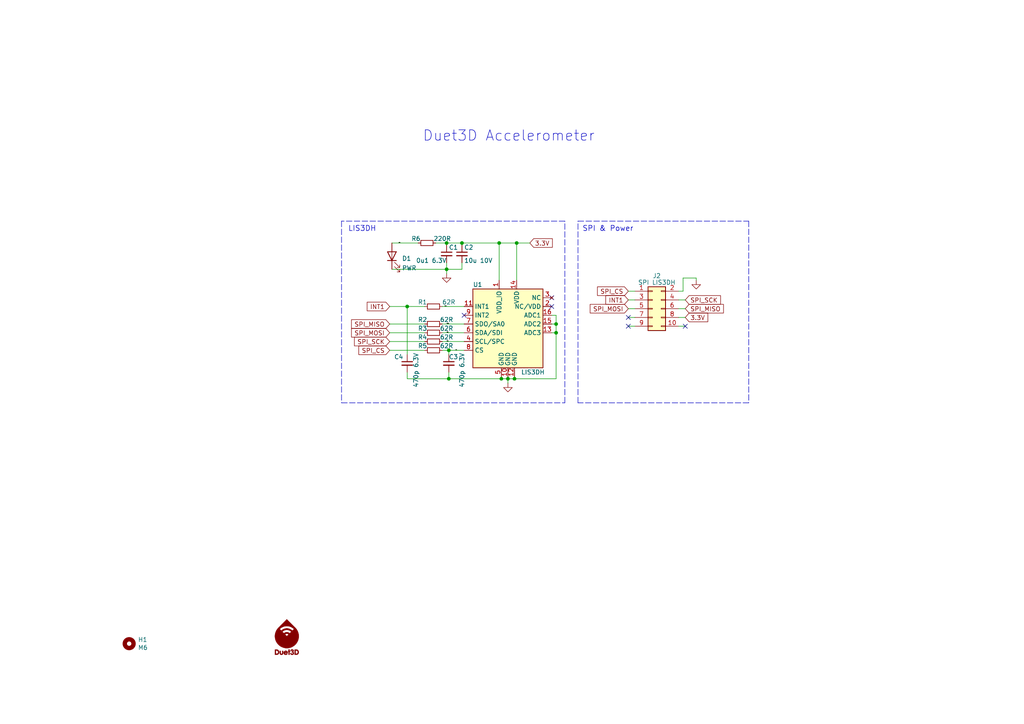
<source format=kicad_sch>
(kicad_sch (version 20211123) (generator eeschema)
  (paper "A4")
  (title_block (title "Duet3D Accelerometer") (date "2023-06-06") (rev "0.2") (company "Duet3D") (comment 1 "(c) Duet3D") (comment 2 "www.duet3d.com") (comment 3 "licensed under the \"CERN-OHL-S v2\" or any later version plus the \"Additional Duet3D Licence Terms\", see https://github.com/Duet3D/Duet3-Mainboard-6HC/blob/master/LICENSE"))
  (lib_symbols
    (symbol "Connector_Generic:Conn_02x05_Odd_Even" (pin_names (offset 1.016) hide)
      (property "Reference" "J" (at 1.27 7.62 0))
      (property "Value" "Conn_02x05_Odd_Even" (at 1.27 -7.62 0))
      (symbol "Conn_02x05_Odd_Even_1_1"
        (rectangle (start -1.27 -4.953) (end 0 -5.207) (stroke (width 0.1524)))
        (rectangle (start -1.27 -2.413) (end 0 -2.667) (stroke (width 0.1524)))
        (rectangle (start -1.27 0.127) (end 0 -0.127) (stroke (width 0.1524)))
        (rectangle (start -1.27 2.667) (end 0 2.413) (stroke (width 0.1524)))
        (rectangle (start -1.27 5.207) (end 0 4.953) (stroke (width 0.1524)))
        (rectangle (start -1.27 6.35) (end 3.81 -6.35) (stroke (width 0.254)) (fill (type background)))
        (rectangle (start 3.81 -4.953) (end 2.54 -5.207) (stroke (width 0.1524)))
        (rectangle (start 3.81 -2.413) (end 2.54 -2.667) (stroke (width 0.1524)))
        (rectangle (start 3.81 0.127) (end 2.54 -0.127) (stroke (width 0.1524)))
        (rectangle (start 3.81 2.667) (end 2.54 2.413) (stroke (width 0.1524)))
        (rectangle (start 3.81 5.207) (end 2.54 4.953) (stroke (width 0.1524)))
        (pin passive line (at -5.08 5.08 0) (length 3.81) (name "Pin_1") (number "1"))
        (pin passive line (at 7.62 -5.08 180) (length 3.81) (name "Pin_10") (number "10"))
        (pin passive line (at 7.62 5.08 180) (length 3.81) (name "Pin_2") (number "2"))
        (pin passive line (at -5.08 2.54 0) (length 3.81) (name "Pin_3") (number "3"))
        (pin passive line (at 7.62 2.54 180) (length 3.81) (name "Pin_4") (number "4"))
        (pin passive line (at -5.08 0 0) (length 3.81) (name "Pin_5") (number "5"))
        (pin passive line (at 7.62 0 180) (length 3.81) (name "Pin_6") (number "6"))
        (pin passive line (at -5.08 -2.54 0) (length 3.81) (name "Pin_7") (number "7"))
        (pin passive line (at 7.62 -2.54 180) (length 3.81) (name "Pin_8") (number "8"))
        (pin passive line (at -5.08 -5.08 0) (length 3.81) (name "Pin_9") (number "9"))
      )
    )
    (symbol "Device:C_Small" (pin_numbers hide) (pin_names (offset 0.254) hide)
      (property "Reference" "C" (at 0.254 1.778 0))
      (property "Value" "C_Small" (at 0.254 -2.032 0))
      (symbol "C_Small_0_1"
        (polyline (pts (xy -1.524 -0.508) (xy 1.524 -0.508)) (stroke (width 0.3302)))
        (polyline (pts (xy -1.524 0.508) (xy 1.524 0.508)) (stroke (width 0.3048)))
      )
      (symbol "C_Small_1_1"
        (pin passive line (at 0 2.54 270) (length 2.032) (name "~") (number "1"))
        (pin passive line (at 0 -2.54 90) (length 2.032) (name "~") (number "2"))
      )
    )
    (symbol "Device:LED" (pin_numbers hide) (pin_names (offset 1.016) hide)
      (property "Reference" "D" (at 0 2.54 0))
      (property "Value" "LED" (at 0 -2.54 0))
      (symbol "LED_0_1"
        (polyline (pts (xy -1.27 -1.27) (xy -1.27 1.27)) (stroke (width 0.254)))
        (polyline (pts (xy -1.27 0) (xy 1.27 0)))
        (polyline (pts (xy 1.27 -1.27) (xy 1.27 1.27) (xy -1.27 0) (xy 1.27 -1.27)) (stroke (width 0.254)))
        (polyline (pts (xy -3.048 -0.762) (xy -4.572 -2.286) (xy -3.81 -2.286) (xy -4.572 -2.286) (xy -4.572 -1.524)))
        (polyline (pts (xy -1.778 -0.762) (xy -3.302 -2.286) (xy -2.54 -2.286) (xy -3.302 -2.286) (xy -3.302 -1.524)))
      )
      (symbol "LED_1_1"
        (pin passive line (at -3.81 0 0) (length 2.54) (name "K") (number "1"))
        (pin passive line (at 3.81 0 180) (length 2.54) (name "A") (number "2"))
      )
    )
    (symbol "Device:R_Small" (pin_numbers hide) (pin_names (offset 0.254) hide)
      (property "Reference" "R" (at 0.762 0.508 0))
      (property "Value" "R_Small" (at 0.762 -1.016 0))
      (symbol "R_Small_0_1"
        (rectangle (start -0.762 1.778) (end 0.762 -1.778) (stroke (width 0.2032)))
      )
      (symbol "R_Small_1_1"
        (pin passive line (at 0 2.54 270) (length 0.762) (name "~") (number "1"))
        (pin passive line (at 0 -2.54 90) (length 0.762) (name "~") (number "2"))
      )
    )
    (symbol "Duet3:LIS3DH"
      (property "Reference" "U7" (at 12.065 -11.43 0))
      (property "Value" "LIS3DH" (at 7.62 11.43 0))
      (symbol "LIS3DH_0_1"
        (rectangle (start -10.16 10.16) (end 10.16 -12.7) (stroke (width 0.254)) (fill (type background)))
      )
      (symbol "LIS3DH_1_1"
        (pin power_in line (at -2.54 12.7 270) (length 2.54) (name "VDD_IO") (number "1"))
        (pin power_in line (at 0 -15.24 90) (length 2.54) (name "GND") (number "10"))
        (pin output line (at -12.7 5.08 0) (length 2.54) (name "INT1") (number "11"))
        (pin power_in line (at 1.905 -15.24 90) (length 2.54) (name "GND") (number "12"))
        (pin input line (at 12.7 -2.54 180) (length 2.54) (name "ADC3") (number "13"))
        (pin power_in line (at 2.54 12.7 270) (length 2.54) (name "VDD") (number "14"))
        (pin input line (at 12.7 0 180) (length 2.54) (name "ADC2") (number "15"))
        (pin input line (at 12.7 2.54 180) (length 2.54) (name "ADC1") (number "16"))
        (pin input line (at 12.7 5.08 180) (length 2.54) (name "NC/VDD") (number "2"))
        (pin no_connect line (at 12.7 7.62 180) (length 2.54) (name "NC") (number "3"))
        (pin input line (at -12.7 -5.08 0) (length 2.54) (name "SCL/SPC") (number "4"))
        (pin power_in line (at -1.905 -15.24 90) (length 2.54) (name "GND") (number "5"))
        (pin bidirectional line (at -12.7 -2.54 0) (length 2.54) (name "SDA/SDI") (number "6"))
        (pin bidirectional line (at -12.7 0 0) (length 2.54) (name "SDO/SA0") (number "7"))
        (pin input line (at -12.7 -7.62 0) (length 2.54) (name "CS") (number "8"))
        (pin output line (at -12.7 2.54 0) (length 2.54) (name "INT2") (number "9"))
      )
    )
    (symbol "Duet3:Logo_Duet3d_New" (pin_names (offset 1.016))
      (symbol "Logo_Duet3d_New_0_0"
        (polyline (pts (xy 0.7874 -4.2418) (xy 0.9652 -4.2418) (xy 0.9652 -4.0132) (xy 0.7874 -4.0132) (xy 0.7874 -3.5814) (xy 0.508 -3.5814) (xy 0.508 -4.0132) (xy 0.381 -4.0132) (xy 0.381 -4.2418) (xy 0.508 -4.2418) (xy 0.508 -5.1054) (xy 0.635 -5.1054) (xy 0.6604 -5.1308) (xy 0.7874 -5.1308) (xy 0.7874 -4.2418)) (stroke (width 0.0254)) (fill (type outline)))
        (polyline (pts (xy -1.4732 -5.1308) (xy -1.3716 -5.1308) (xy -1.3716 -5.1054) (xy -1.3208 -5.1054) (xy -1.2954 -5.08) (xy -1.27 -5.08) (xy -1.27 -5.0546) (xy -1.2446 -5.0546) (xy -1.1684 -4.9784) (xy -1.1684 -4.953) (xy -1.143 -4.953) (xy -1.143 -4.9276) (xy -1.1176 -4.9022) (xy -1.1176 -4.8514) (xy -1.0922 -4.826) (xy -1.0922 -4.7498) (xy -1.0668 -4.7244) (xy -1.0668 -4.0132) (xy -1.3462 -4.0132) (xy -1.3462 -4.7244) (xy -1.3716 -4.7244) (xy -1.3716 -4.7752) (xy -1.397 -4.8006) (xy -1.397 -4.826) (xy -1.4224 -4.826) (xy -1.4224 -4.8514) (xy -1.4478 -4.8514) (xy -1.4478 -4.8768) (xy -1.651 -4.8768) (xy -1.6764 -4.8514) (xy -1.7018 -4.8514) (xy -1.7018 -4.826) (xy -1.7272 -4.8006) (xy -1.7272 -4.7752) (xy -1.7526 -4.7752) (xy -1.7526 -4.6482) (xy -1.778 -4.6228) (xy -1.778 -4.0132) (xy -2.0574 -4.0132) (xy -2.0574 -4.6736) (xy -2.032 -4.6736) (xy -2.032 -4.826) (xy -2.0066 -4.8514) (xy -2.0066 -4.8768) (xy -1.9812 -4.9022) (xy -1.9812 -4.9276) (xy -1.9558 -4.953) (xy -1.9558 -4.9784) (xy -1.9304 -5.0038) (xy -1.905 -5.0038) (xy -1.905 -5.0292) (xy -1.8796 -5.0292) (xy -1.8796 -5.0546) (xy -1.8542 -5.0546) (xy -1.8542 -5.08) (xy -1.8034 -5.08) (xy -1.778 -5.1054) (xy -1.7526 -5.1054) (xy -1.7272 -5.1308) (xy -1.6256 -5.1308) (xy -1.6002 -5.1562) (xy -1.4986 -5.1562) (xy -1.4732 -5.1308)) (stroke (width 0.0254)) (fill (type outline)))
        (polyline (pts (xy -3.2004 -5.1054) (xy -2.7432 -5.1054) (xy -2.7178 -5.08) (xy -2.667 -5.08) (xy -2.6416 -5.0546) (xy -2.5908 -5.0546) (xy -2.5908 -5.0292) (xy -2.5654 -5.0292) (xy -2.54 -5.0038) (xy -2.5146 -5.0038) (xy -2.5146 -4.9784) (xy -2.4892 -4.9784) (xy -2.3622 -4.8514) (xy -2.3622 -4.826) (xy -2.3368 -4.8006) (xy -2.3368 -4.7752) (xy -2.3114 -4.7498) (xy -2.3114 -4.7244) (xy -2.286 -4.6736) (xy -2.286 -4.6482) (xy -2.2606 -4.6228) (xy -2.2606 -4.5212) (xy -2.2352 -4.4958) (xy -2.2352 -4.2672) (xy -2.2606 -4.2418) (xy -2.2606 -4.1402) (xy -2.286 -4.1148) (xy -2.286 -4.064) (xy -2.3114 -4.0386) (xy -2.3114 -4.0132) (xy -2.3368 -3.9878) (xy -2.3368 -3.9624) (xy -2.3622 -3.937) (xy -2.3622 -3.9116) (xy -2.3876 -3.8862) (xy -2.3876 -3.8608) (xy -2.413 -3.8608) (xy -2.4384 -3.8354) (xy -2.4384 -3.81) (xy -2.4892 -3.7592) (xy -2.5146 -3.7592) (xy -2.5654 -3.7084) (xy -2.5908 -3.7084) (xy -2.5908 -3.683) (xy -2.6162 -3.683) (xy -2.6416 -3.6576) (xy -2.6924 -3.6576) (xy -2.7432 -3.6322) (xy -2.8194 -3.6322) (xy -2.8448 -3.6068) (xy -3.429 -3.6068) (xy -3.429 -4.826) (xy -3.1496 -4.826) (xy -3.1496 -3.8862) (xy -2.921 -3.8862) (xy -2.8956 -3.9116) (xy -2.8194 -3.9116) (xy -2.794 -3.937) (xy -2.7432 -3.937) (xy -2.7432 -3.9624) (xy -2.7178 -3.9624) (xy -2.667 -4.0132) (xy -2.6416 -4.0132) (xy -2.6416 -4.0386) (xy -2.5908 -4.0894) (xy -2.5908 -4.1148) (xy -2.5654 -4.1402) (xy -2.5654 -4.191) (xy -2.54 -4.2164) (xy -2.54 -4.5466) (xy -2.5654 -4.572) (xy -2.5654 -4.6228) (xy -2.6162 -4.6736) (xy -2.6162 -4.699) (xy -2.6416 -4.699) (xy -2.6416 -4.7244) (xy -2.667 -4.7244) (xy -2.667 -4.7498) (xy -2.6924 -4.7498) (xy -2.6924 -4.7752) (xy -2.7178 -4.7752) (xy -2.7432 -4.8006) (xy -2.794 -4.8006) (xy -2.794 -4.826) (xy -3.1496 -4.826) (xy -3.429 -4.826) (xy -3.429 -5.1308) (xy -3.2004 -5.1054)) (stroke (width 0.0254)) (fill (type outline)))
        (polyline (pts (xy 2.5146 -5.1054) (xy 2.9464 -5.1054) (xy 2.9718 -5.08) (xy 3.048 -5.08) (xy 3.0734 -5.0546) (xy 3.0988 -5.0546) (xy 3.1242 -5.0292) (xy 3.1496 -5.0292) (xy 3.2004 -4.9784) (xy 3.2258 -4.9784) (xy 3.2258 -4.953) (xy 3.2512 -4.9276) (xy 3.2766 -4.9276) (xy 3.2766 -4.9022) (xy 3.3528 -4.826) (xy 3.3528 -4.8006) (xy 3.3782 -4.7752) (xy 3.3782 -4.7498) (xy 3.4036 -4.7244) (xy 3.4036 -4.699) (xy 3.429 -4.6482) (xy 3.429 -4.5974) (xy 3.4544 -4.572) (xy 3.4544 -4.191) (xy 3.429 -4.1656) (xy 3.429 -4.0894) (xy 3.4036 -4.064) (xy 3.4036 -4.0386) (xy 3.3782 -4.0132) (xy 3.3782 -3.9878) (xy 3.3528 -3.937) (xy 3.3528 -3.9116) (xy 3.2258 -3.7846) (xy 3.2258 -3.7592) (xy 3.2004 -3.7592) (xy 3.1496 -3.7084) (xy 3.1242 -3.7084) (xy 3.0988 -3.683) (xy 3.0734 -3.683) (xy 3.048 -3.6576) (xy 2.9972 -3.6576) (xy 2.9718 -3.6322) (xy 2.8702 -3.6322) (xy 2.8448 -3.6068) (xy 2.2606 -3.6068) (xy 2.2606 -4.826) (xy 2.54 -4.826) (xy 2.54 -3.8862) (xy 2.7686 -3.8862) (xy 2.794 -3.9116) (xy 2.8702 -3.9116) (xy 2.8956 -3.937) (xy 2.9464 -3.937) (xy 2.9718 -3.9624) (xy 2.9972 -3.9624) (xy 2.9972 -3.9878) (xy 3.0226 -3.9878) (xy 3.0226 -4.0132) (xy 3.048 -4.0132) (xy 3.0734 -4.0386) (xy 3.0734 -4.064) (xy 3.0988 -4.064) (xy 3.0988 -4.0894) (xy 3.1242 -4.1148) (xy 3.1242 -4.1402) (xy 3.1496 -4.1656) (xy 3.1496 -4.2418) (xy 3.175 -4.2672) (xy 3.175 -4.4958) (xy 3.1496 -4.5212) (xy 3.1496 -4.572) (xy 3.1242 -4.5974) (xy 3.1242 -4.6482) (xy 3.0988 -4.6482) (xy 3.0988 -4.6736) (xy 3.0734 -4.699) (xy 3.0734 -4.7244) (xy 3.048 -4.7244) (xy 3.048 -4.7498) (xy 3.0226 -4.7498) (xy 3.0226 -4.7752) (xy 2.9718 -4.7752) (xy 2.9718 -4.8006) (xy 2.921 -4.8006) (xy 2.8956 -4.826) (xy 2.54 -4.826) (xy 2.2606 -4.826) (xy 2.2606 -5.1308) (xy 2.5146 -5.1054)) (stroke (width 0.0254)) (fill (type outline)))
        (polyline (pts (xy -0.2286 -5.1308) (xy -0.1016 -5.1308) (xy -0.1016 -5.1054) (xy -0.0254 -5.1054) (xy -0.0254 -5.08) (xy 0 -5.08) (xy 0.0254 -5.0546) (xy 0.0508 -5.0546) (xy 0.1016 -5.0038) (xy 0.127 -5.0038) (xy 0.127 -4.9784) (xy 0.2032 -4.9022) (xy 0.1778 -4.9022) (xy 0.1778 -4.8768) (xy 0.127 -4.8768) (xy 0.127 -4.8514) (xy 0.0762 -4.8514) (xy 0.0762 -4.826) (xy 0.0254 -4.826) (xy 0 -4.8006) (xy -0.0508 -4.8006) (xy -0.1016 -4.8514) (xy -0.127 -4.8514) (xy -0.1524 -4.8768) (xy -0.2032 -4.8768) (xy -0.2286 -4.9022) (xy -0.381 -4.9022) (xy -0.4064 -4.8768) (xy -0.4572 -4.8768) (xy -0.4826 -4.8514) (xy -0.508 -4.8514) (xy -0.5588 -4.8006) (xy -0.5588 -4.7752) (xy -0.5842 -4.7752) (xy -0.5842 -4.7498) (xy -0.6096 -4.7244) (xy -0.6096 -4.6736) (xy -0.635 -4.6482) (xy 0.2794 -4.6482) (xy 0.2794 -4.4704) (xy 0.254 -4.445) (xy 0.254 -4.3688) (xy 0.2286 -4.3434) (xy 0.2286 -4.2926) (xy 0.2032 -4.2672) (xy 0.2032 -4.2418) (xy 0.1016 -4.1402) (xy 0.1016 -4.1148) (xy 0.0762 -4.0894) (xy 0.0508 -4.0894) (xy 0.0254 -4.064) (xy 0 -4.064) (xy -0.0254 -4.0386) (xy -0.0508 -4.0386) (xy -0.0762 -4.0132) (xy -0.1016 -4.0132) (xy -0.127 -3.9878) (xy -0.2286 -3.9878) (xy -0.254 -3.9624) (xy -0.381 -3.9624) (xy -0.4064 -3.9878) (xy -0.4826 -3.9878) (xy -0.508 -4.0132) (xy -0.5334 -4.0132) (xy -0.5588 -4.0386) (xy -0.5842 -4.0386) (xy -0.6096 -4.064) (xy -0.635 -4.064) (xy -0.6604 -4.0894) (xy -0.6858 -4.0894) (xy -0.7366 -4.1402) (xy -0.7366 -4.1656) (xy -0.762 -4.191) (xy -0.7874 -4.191) (xy -0.7874 -4.2164) (xy -0.8382 -4.2672) (xy -0.8382 -4.2926) (xy -0.8636 -4.318) (xy -0.8636 -4.3688) (xy -0.889 -4.4196) (xy -0.6096 -4.4196) (xy -0.6096 -4.3942) (xy -0.5842 -4.3942) (xy -0.5842 -4.3434) (xy -0.508 -4.2672) (xy -0.4826 -4.2672) (xy -0.4826 -4.2418) (xy -0.4318 -4.2418) (xy -0.4318 -4.2164) (xy -0.2032 -4.2164) (xy -0.1778 -4.2418) (xy -0.127 -4.2418) (xy -0.127 -4.2672) (xy -0.1016 -4.2672) (xy -0.1016 -4.2926) (xy -0.0762 -4.2926) (xy -0.0762 -4.318) (xy -0.0508 -4.318) (xy -0.0508 -4.3434) (xy -0.0254 -4.3434) (xy -0.0254 -4.3942) (xy 0 -4.3942) (xy 0 -4.4196) (xy -0.6096 -4.4196) (xy -0.889 -4.4196) (xy -0.889 -4.7244) (xy -0.8636 -4.7498) (xy -0.8636 -4.8006) (xy -0.8382 -4.826) (xy -0.8382 -4.8514) (xy -0.8128 -4.8768) (xy -0.8128 -4.9022) (xy -0.7874 -4.9276) (xy -0.762 -4.9276) (xy -0.762 -4.953) (xy -0.6858 -5.0292) (xy -0.6604 -5.0292) (xy -0.6604 -5.0546) (xy -0.635 -5.0546) (xy -0.6096 -5.08) (xy -0.5842 -5.08) (xy -0.5588 -5.1054) (xy -0.5334 -5.1054) (xy -0.508 -5.1308) (xy -0.381 -5.1308) (xy -0.3556 -5.1562) (xy -0.254 -5.1562) (xy -0.2286 -5.1308)) (stroke (width 0.0254)) (fill (type outline)))
        (polyline (pts (xy 1.6764 -5.1308) (xy 1.7272 -5.1308) (xy 1.7526 -5.1054) (xy 1.778 -5.1054) (xy 1.8034 -5.08) (xy 1.8288 -5.08) (xy 1.8542 -5.0546) (xy 1.8796 -5.0546) (xy 1.905 -5.0292) (xy 1.905 -5.0038) (xy 1.9304 -5.0038) (xy 1.9558 -4.9784) (xy 1.9558 -4.953) (xy 1.9812 -4.9276) (xy 2.0066 -4.9276) (xy 2.0066 -4.8768) (xy 2.032 -4.8514) (xy 2.032 -4.8006) (xy 2.0574 -4.8006) (xy 2.0574 -4.5466) (xy 2.032 -4.5212) (xy 2.032 -4.4704) (xy 2.0066 -4.4704) (xy 2.0066 -4.445) (xy 1.9812 -4.445) (xy 1.9812 -4.4196) (xy 1.905 -4.3434) (xy 1.8796 -4.3434) (xy 1.8542 -4.318) (xy 1.8288 -4.318) (xy 1.8288 -4.2926) (xy 1.778 -4.2926) (xy 1.8034 -4.2672) (xy 1.8288 -4.2672) (xy 1.8288 -4.2418) (xy 1.8542 -4.2418) (xy 1.8542 -4.2164) (xy 1.8796 -4.2164) (xy 1.9304 -4.1656) (xy 1.9304 -4.1402) (xy 1.9558 -4.1148) (xy 1.9558 -4.0894) (xy 1.9812 -4.064) (xy 1.9812 -3.8608) (xy 1.9558 -3.8354) (xy 1.9558 -3.81) (xy 1.9304 -3.7846) (xy 1.9304 -3.7592) (xy 1.905 -3.7592) (xy 1.905 -3.7338) (xy 1.8796 -3.7084) (xy 1.8796 -3.683) (xy 1.8542 -3.683) (xy 1.8034 -3.6322) (xy 1.778 -3.6322) (xy 1.7526 -3.6068) (xy 1.7018 -3.6068) (xy 1.6764 -3.5814) (xy 1.397 -3.5814) (xy 1.3716 -3.6068) (xy 1.3208 -3.6068) (xy 1.3208 -3.6322) (xy 1.2954 -3.6322) (xy 1.27 -3.6576) (xy 1.2446 -3.6576) (xy 1.2192 -3.683) (xy 1.2192 -3.7084) (xy 1.1938 -3.7084) (xy 1.1684 -3.7338) (xy 1.1684 -3.7592) (xy 1.143 -3.7846) (xy 1.143 -3.81) (xy 1.1176 -3.8354) (xy 1.1176 -3.8608) (xy 1.0922 -3.8862) (xy 1.0922 -3.9878) (xy 1.3716 -3.9878) (xy 1.3716 -3.937) (xy 1.4224 -3.8862) (xy 1.4478 -3.8862) (xy 1.4478 -3.8608) (xy 1.4986 -3.8608) (xy 1.524 -3.8354) (xy 1.5748 -3.8354) (xy 1.5748 -3.8608) (xy 1.6256 -3.8608) (xy 1.6764 -3.9116) (xy 1.6764 -3.937) (xy 1.7018 -3.9624) (xy 1.7018 -4.0386) (xy 1.6764 -4.0386) (xy 1.6764 -4.064) (xy 1.651 -4.0894) (xy 1.651 -4.1148) (xy 1.6256 -4.1148) (xy 1.6002 -4.1402) (xy 1.5748 -4.1402) (xy 1.5494 -4.1656) (xy 1.4478 -4.1656) (xy 1.4478 -4.4196) (xy 1.5494 -4.4196) (xy 1.5748 -4.445) (xy 1.6002 -4.445) (xy 1.6256 -4.4704) (xy 1.6764 -4.4704) (xy 1.6764 -4.4958) (xy 1.7018 -4.4958) (xy 1.7018 -4.5212) (xy 1.7272 -4.5212) (xy 1.7272 -4.5466) (xy 1.7526 -4.5466) (xy 1.7526 -4.572) (xy 1.778 -4.5974) (xy 1.778 -4.7498) (xy 1.7526 -4.7752) (xy 1.7526 -4.8006) (xy 1.7272 -4.8006) (xy 1.7272 -4.826) (xy 1.7018 -4.826) (xy 1.7018 -4.8514) (xy 1.6764 -4.8514) (xy 1.651 -4.8768) (xy 1.5748 -4.8768) (xy 1.5494 -4.9022) (xy 1.524 -4.8768) (xy 1.4478 -4.8768) (xy 1.4224 -4.8514) (xy 1.397 -4.8514) (xy 1.397 -4.826) (xy 1.3716 -4.826) (xy 1.3716 -4.8006) (xy 1.3462 -4.8006) (xy 1.3462 -4.7752) (xy 1.3208 -4.7498) (xy 1.3208 -4.6736) (xy 1.016 -4.6736) (xy 1.016 -4.699) (xy 1.0414 -4.7244) (xy 1.0414 -4.8006) (xy 1.0668 -4.8514) (xy 1.0668 -4.8768) (xy 1.0922 -4.9022) (xy 1.0922 -4.9276) (xy 1.143 -4.9784) (xy 1.143 -5.0038) (xy 1.1684 -5.0038) (xy 1.27 -5.1054) (xy 1.3208 -5.1054) (xy 1.3462 -5.1308) (xy 1.397 -5.1308) (xy 1.4224 -5.1562) (xy 1.651 -5.1562) (xy 1.6764 -5.1308)) (stroke (width 0.0254)) (fill (type outline)))
        (polyline (pts (xy 0.3556 -3.175) (xy 0.508 -3.175) (xy 0.5842 -3.1496) (xy 0.635 -3.1496) (xy 0.7112 -3.1242) (xy 0.7874 -3.1242) (xy 0.8636 -3.0988) (xy 0.9144 -3.0734) (xy 0.9906 -3.0734) (xy 1.0668 -3.048) (xy 1.1176 -3.0226) (xy 1.1938 -2.9972) (xy 1.2446 -2.9718) (xy 1.397 -2.921) (xy 1.4478 -2.8956) (xy 1.524 -2.8702) (xy 1.5748 -2.8194) (xy 1.651 -2.794) (xy 1.6764 -2.7686) (xy 1.7526 -2.7432) (xy 1.8034 -2.6924) (xy 1.8542 -2.667) (xy 1.9304 -2.6162) (xy 1.9812 -2.5908) (xy 2.032 -2.54) (xy 2.1082 -2.5146) (xy 2.2606 -2.3622) (xy 2.3114 -2.3368) (xy 2.5146 -2.1336) (xy 2.5146 -2.1082) (xy 2.54 -2.1082) (xy 2.667 -1.9812) (xy 2.6924 -1.9304) (xy 2.7432 -1.8796) (xy 2.794 -1.8034) (xy 2.8194 -1.778) (xy 2.8448 -1.7272) (xy 2.8956 -1.651) (xy 2.921 -1.6002) (xy 2.9718 -1.5494) (xy 2.9972 -1.4732) (xy 3.048 -1.4224) (xy 3.0734 -1.3716) (xy 3.0988 -1.2954) (xy 3.1242 -1.2446) (xy 3.175 -1.1684) (xy 3.2004 -1.1176) (xy 3.2512 -0.9652) (xy 3.2766 -0.9144) (xy 3.302 -0.8382) (xy 3.302 -0.7874) (xy 3.3528 -0.635) (xy 3.3782 -0.5842) (xy 3.3782 -0.508) (xy 3.4036 -0.4318) (xy 3.4036 -0.381) (xy 3.429 -0.3048) (xy 3.429 -0.2286) (xy 3.4544 -0.1524) (xy 3.4544 0.0508) (xy 3.4798 0.127) (xy 3.4798 0.4064) (xy 3.4544 0.4826) (xy 3.4544 0.6858) (xy 3.429 0.762) (xy 3.429 0.8382) (xy 3.4036 0.889) (xy 3.4036 0.9906) (xy 3.3782 1.0414) (xy 3.3528 1.1176) (xy 3.3528 1.1938) (xy 3.3274 1.2446) (xy 3.2766 1.397) (xy 3.2512 1.4478) (xy 3.2004 1.6002) (xy 3.175 1.651) (xy 3.1496 1.7272) (xy 3.1242 1.778) (xy 3.0988 1.8542) (xy 3.048 1.905) (xy 3.0226 1.9558) (xy 2.9718 2.032) (xy 2.8956 2.1844) (xy 2.8448 2.2352) (xy 2.8194 2.286) (xy 2.7686 2.3622) (xy 2.667 2.4638) (xy 2.6416 2.5146) (xy 2.4892 2.667) (xy 2.4892 2.6924) (xy 2.4638 2.6924) (xy 2.4638 2.7178) (xy 2.4384 2.7178) (xy 2.4384 2.7432) (xy 2.413 2.7432) (xy 2.413 2.7686) (xy 2.3876 2.7686) (xy 2.3876 2.794) (xy 2.3622 2.794) (xy 2.286 2.8702) (xy 2.286 2.8956) (xy 2.2606 2.8956) (xy 2.1844 2.9718) (xy 2.1844 2.9972) (xy 2.159 2.9972) (xy 1.9558 3.2004) (xy 1.9304 3.2512) (xy 1.905 3.2766) (xy 1.8542 3.302) (xy 1.3462 3.81) (xy 1.3208 3.8608) (xy 1.27 3.8862) (xy 0 5.1562) (xy -1.2192 3.9116) (xy -1.27 3.8862) (xy -1.2954 3.8354) (xy -1.397 3.7338) (xy -1.4478 3.7084) (xy -1.4732 3.6576) (xy -1.4986 3.6322) (xy -1.5494 3.6068) (xy -1.5748 3.556) (xy -1.6256 3.5052) (xy -1.6764 3.4798) (xy -1.7018 3.429) (xy -1.7526 3.3782) (xy -1.8034 3.3528) (xy -1.8288 3.302) (xy -2.2352 2.8956) (xy -2.2606 2.8956) (xy -2.2606 2.8702) (xy -2.4638 2.667) (xy -2.4892 2.667) (xy -2.4892 2.6416) (xy -2.6162 2.5146) (xy -2.6162 2.4892) (xy -2.6416 2.4638) (xy -2.667 2.4638) (xy -2.7178 2.3622) (xy -2.7432 2.3368) (xy -2.0574 2.3368) (xy -2.0574 2.3622) (xy -2.032 2.3622) (xy -1.905 2.4892) (xy -1.8542 2.5146) (xy -1.8034 2.5654) (xy -1.7526 2.5908) (xy -1.7018 2.6416) (xy -1.651 2.667) (xy -1.6002 2.7178) (xy -1.4986 2.7686) (xy -1.4478 2.8194) (xy -1.3716 2.8448) (xy -1.27 2.8956) (xy -1.1938 2.921) (xy -1.0922 2.9718) (xy -1.016 2.9972) (xy -0.9144 3.048) (xy -0.8382 3.0734) (xy -0.7874 3.0734) (xy -0.7112 3.0988) (xy -0.6604 3.1242) (xy -0.5842 3.1242) (xy -0.5334 3.1496) (xy -0.4064 3.1496) (xy -0.3302 3.175) (xy -0.0762 3.175) (xy 0 3.2004) (xy 0.0508 3.2004) (xy 0.127 3.175) (xy 0.381 3.175) (xy 0.4318 3.1496) (xy 0.508 3.1496) (xy 0.5588 3.1242) (xy 0.635 3.1242) (xy 0.6858 3.0988) (xy 0.762 3.0988) (xy 0.8128 3.0734) (xy 0.889 3.048) (xy 0.9398 3.0226) (xy 1.016 3.0226) (xy 1.1176 2.9718) (xy 1.143 2.9718) (xy 1.1684 2.9464) (xy 1.1938 2.9464) (xy 1.2192 2.921) (xy 1.2446 2.921) (xy 1.27 2.8956) (xy 1.2954 2.8956) (xy 1.3208 2.8702) (xy 1.3462 2.8702) (xy 1.3716 2.8448) (xy 1.397 2.8448) (xy 1.4224 2.8194) (xy 1.4478 2.8194) (xy 1.4478 2.794) (xy 1.4986 2.7686) (xy 1.5748 2.7432) (xy 1.6256 2.6924) (xy 1.7272 2.6416) (xy 1.778 2.5908) (xy 1.8288 2.5654) (xy 1.9304 2.4638) (xy 1.9812 2.4384) (xy 2.0066 2.3876) (xy 2.032 2.3876) (xy 2.032 2.3622) (xy 2.0574 2.3622) (xy 2.0574 2.3368) (xy 2.0828 2.3368) (xy 2.0828 2.3114) (xy 1.8542 2.0828) (xy 1.8288 2.0828) (xy 1.8288 2.0574) (xy 1.8034 2.0574) (xy 1.778 2.032) (xy 1.778 2.0066) (xy 1.7526 2.0066) (xy 1.7526 1.9812) (xy 1.7272 1.9812) (xy 1.7272 1.9558) (xy 1.7018 1.9558) (xy 1.7018 1.9304) (xy 1.6764 1.9304) (xy 1.6764 1.905) (xy 1.651 1.905) (xy 1.651 1.8796) (xy 1.6256 1.8796) (xy 1.6256 1.8542) (xy 1.6002 1.8542) (xy 1.6002 1.8796) (xy 1.5748 1.8796) (xy 1.5748 1.905) (xy 1.5494 1.905) (xy 1.5494 1.9304) (xy 1.4986 1.9558) (xy 1.4478 2.0066) (xy 1.397 2.032) (xy 1.3716 2.0828) (xy 1.27 2.1336) (xy 1.2192 2.1844) (xy 1.1684 2.2098) (xy 1.143 2.2098) (xy 0.7366 2.413) (xy 0.6858 2.413) (xy 0.5842 2.4638) (xy 0.5334 2.4638) (xy 0.4572 2.4892) (xy 0.3556 2.4892) (xy 0.3048 2.5146) (xy 0.0762 2.5146) (xy 0.0508 2.54) (xy -0.0508 2.54) (xy -0.0762 2.5146) (xy -0.2794 2.5146) (xy -0.3556 2.4892) (xy -0.4572 2.4892) (xy -0.508 2.4638) (xy -0.5588 2.4638) (xy -0.6096 2.4384) (xy -0.6858 2.413) (xy -0.7366 2.413) (xy -0.889 2.3368) (xy -0.9398 2.3368) (xy -0.9906 2.3114) (xy -1.016 2.286) (xy -1.1684 2.2098) (xy -1.2192 2.159) (xy -1.3716 2.0828) (xy -1.397 2.032) (xy -1.4478 2.0066) (xy -1.5748 1.8796) (xy -1.6002 1.8796) (xy -2.0574 2.3368) (xy -2.7432 2.3368) (xy -2.8194 2.2606) (xy -2.8448 2.1844) (xy -2.8956 2.1336) (xy -2.921 2.0828) (xy -2.9718 2.0066) (xy -2.9972 1.9558) (xy -3.048 1.8796) (xy -3.0734 1.8288) (xy -3.0988 1.7526) (xy -3.1242 1.7018) (xy -3.1496 1.6256) (xy -3.175 1.5748) (xy -3.175 1.5494) (xy -1.2954 1.5494) (xy -1.2192 1.6256) (xy -1.1684 1.651) (xy -1.0922 1.7272) (xy -1.0414 1.7526) (xy -0.9652 1.8288) (xy -0.8128 1.905) (xy -0.762 1.905) (xy -0.7366 1.9304) (xy -0.635 1.9812) (xy -0.5842 1.9812) (xy -0.4826 2.032) (xy -0.4318 2.032) (xy -0.381 2.0574) (xy -0.2794 2.0574) (xy -0.2286 2.0828) (xy 0.2286 2.0828) (xy 0.2794 2.0574) (xy 0.381 2.0574) (xy 0.4318 2.032) (xy 0.4826 2.032) (xy 0.5334 2.0066) (xy 0.5842 2.0066) (xy 0.6096 1.9812) (xy 0.6604 1.9812) (xy 0.6858 1.9558) (xy 0.7112 1.9558) (xy 0.7112 1.9304) (xy 0.7366 1.9304) (xy 0.889 1.8542) (xy 0.9144 1.8288) (xy 1.016 1.778) (xy 1.0414 1.7526) (xy 1.143 1.7018) (xy 1.2446 1.6002) (xy 1.2954 1.5748) (xy 1.2954 1.524) (xy 1.27 1.524) (xy 1.27 1.4986) (xy 1.2446 1.4986) (xy 1.2446 1.4732) (xy 1.2192 1.4732) (xy 1.2192 1.4478) (xy 1.1938 1.4478) (xy 1.1938 1.4224) (xy 1.1684 1.4224) (xy 1.1684 1.397) (xy 1.143 1.397) (xy 1.1176 1.3716) (xy 1.1176 1.3462) (xy 1.0922 1.3462) (xy 1.0922 1.3208) (xy 1.0668 1.3208) (xy 1.0668 1.2954) (xy 1.0414 1.2954) (xy 1.016 1.27) (xy 1.016 1.2446) (xy 0.9906 1.2446) (xy 0.9906 1.2192) (xy 0.9652 1.2192) (xy 0.9652 1.1938) (xy 0.9398 1.1938) (xy 0.9398 1.1684) (xy 0.9144 1.1684) (xy 0.9144 1.143) (xy 0.889 1.143) (xy 0.889 1.1176) (xy 0.8636 1.1176) (xy 0.8636 1.0922) (xy 0.8128 1.0922) (xy 0.7112 1.1938) (xy 0.6604 1.2192) (xy 0.6096 1.27) (xy 0.5588 1.27) (xy 0.5588 1.2954) (xy 0.5334 1.2954) (xy 0.508 1.3208) (xy 0.4826 1.3208) (xy 0.4318 1.3462) (xy 0.4064 1.3716) (xy 0.3556 1.3716) (xy 0.3302 1.397) (xy 0.2286 1.397) (xy 0.2032 1.4224) (xy -0.2032 1.4224) (xy -0.2286 1.397) (xy -0.3048 1.397) (xy -0.3556 1.3716) (xy -0.381 1.3716) (xy -0.4318 1.3462) (xy -0.4572 1.3208) (xy -0.508 1.3208) (xy -0.5334 1.2954) (xy -0.5842 1.27) (xy -0.6096 1.2446) (xy -0.635 1.2446) (xy -0.6858 1.2192) (xy -0.6858 1.1938) (xy -0.7112 1.1938) (xy -0.8128 1.0922) (xy -0.8382 1.0922) (xy -0.8382 1.1176) (xy -0.8636 1.1176) (xy -0.8636 1.143) (xy -0.889 1.143) (xy -0.889 1.1684) (xy -0.9144 1.1684) (xy -0.9144 1.1938) (xy -0.9398 1.1938) (xy -0.9398 1.2192) (xy -0.9652 1.2192) (xy -0.9652 1.2446) (xy -0.9906 1.2446) (xy -0.9906 1.27) (xy -1.016 1.27) (xy -1.016 1.2954) (xy -1.0414 1.3208) (xy -1.0668 1.3208) (xy -1.2954 1.5494) (xy -3.175 1.5494) (xy -3.2258 1.4986) (xy -3.2258 1.4478) (xy -3.2766 1.2954) (xy -3.302 1.2446) (xy -3.3528 1.0922) (xy -3.3528 1.0414) (xy -3.3782 0.9652) (xy -3.3782 0.889) (xy -3.4036 0.8382) (xy -3.4036 0.762) (xy -0.508 0.762) (xy -0.508 0.7874) (xy -0.4826 0.7874) (xy -0.4826 0.8128) (xy -0.4572 0.8382) (xy -0.4318 0.8382) (xy -0.3556 0.9144) (xy -0.3302 0.9144) (xy -0.2794 0.9398) (xy -0.254 0.9398) (xy -0.2286 0.9652) (xy -0.127 0.9652) (xy -0.1016 0.9906) (xy 0.127 0.9906) (xy 0.1524 0.9652) (xy 0.2032 0.9652) (xy 0.2286 0.9398) (xy 0.2794 0.9398) (xy 0.3048 0.9144) (xy 0.3302 0.9144) (xy 0.3556 0.889) (xy 0.381 0.889) (xy 0.4572 0.8128) (xy 0.4826 0.8128) (xy 0.4826 0.7874) (xy 0.508 0.7874) (xy 0.5334 0.762) (xy 0.508 0.762) (xy 0.508 0.7366) (xy 0.4826 0.7366) (xy 0.4826 0.7112) (xy 0.4572 0.7112) (xy 0.4572 0.6858) (xy 0.4318 0.6858) (xy 0.4318 0.6604) (xy 0.4064 0.6604) (xy 0.4064 0.635) (xy 0.381 0.635) (xy 0.381 0.6096) (xy 0.3556 0.6096) (xy 0.3556 0.5842) (xy 0.3302 0.5842) (xy 0.3048 0.5588) (xy 0.3048 0.5334) (xy 0.2794 0.5334) (xy 0.2794 0.508) (xy 0.254 0.508) (xy 0.2286 0.4826) (xy 0.2286 0.4572) (xy 0.2032 0.4572) (xy 0.2032 0.4318) (xy 0.1778 0.4318) (xy 0.1524 0.4064) (xy 0.1524 0.381) (xy 0.127 0.381) (xy 0.127 0.3556) (xy 0.1016 0.3556) (xy 0.0762 0.3302) (xy 0.0762 0.3048) (xy 0.0508 0.3048) (xy 0.0508 0.2794) (xy 0.0254 0.2794) (xy 0.0254 0.254) (xy 0 0.254) (xy 0 0.2794) (xy -0.0254 0.2794) (xy -0.0254 0.3048) (xy -0.0508 0.3048) (xy -0.0508 0.3302) (xy -0.0762 0.3302) (xy -0.0762 0.3556) (xy -0.1016 0.3556) (xy -0.1016 0.381) (xy -0.127 0.381) (xy -0.127 0.4064) (xy -0.1524 0.4064) (xy -0.1524 0.4318) (xy -0.1778 0.4318) (xy -0.1778 0.4572) (xy -0.2286 0.508) (xy -0.254 0.508) (xy -0.254 0.5334) (xy -0.2794 0.5334) (xy -0.2794 0.5588) (xy -0.3048 0.5588) (xy -0.3048 0.5842) (xy -0.4064 0.6858) (xy -0.4318 0.6858) (xy -0.4318 0.7112) (xy -0.4572 0.7112) (xy -0.4572 0.7366) (xy -0.4826 0.7366) (xy -0.4826 0.762) (xy -0.508 0.762) (xy -3.4036 0.762) (xy -3.429 0.6858) (xy -3.429 0.4826) (xy -3.4544 0.4064) (xy -3.4544 0.127) (xy -3.429 0.0508) (xy -3.429 -0.1524) (xy -3.4036 -0.2286) (xy -3.4036 -0.3556) (xy -3.3782 -0.4318) (xy -3.3528 -0.4826) (xy -3.3528 -0.5588) (xy -3.3274 -0.635) (xy -3.302 -0.6858) (xy -3.302 -0.762) (xy -3.2766 -0.8382) (xy -3.2512 -0.889) (xy -3.2004 -1.0414) (xy -3.175 -1.0922) (xy -3.1496 -1.1684) (xy -3.1242 -1.2192) (xy -3.0734 -1.2954) (xy -3.048 -1.3462) (xy -3.0226 -1.4224) (xy -2.9718 -1.4732) (xy -2.9464 -1.524) (xy -2.921 -1.6002) (xy -2.8194 -1.7018) (xy -2.8194 -1.7526) (xy -2.7178 -1.8542) (xy -2.6924 -1.905) (xy -2.5908 -2.0066) (xy -2.54 -2.0828) (xy -2.3876 -2.2352) (xy -2.3368 -2.2606) (xy -2.1336 -2.4638) (xy -2.1082 -2.4638) (xy -2.0574 -2.5146) (xy -2.0066 -2.54) (xy -1.9558 -2.5908) (xy -1.8796 -2.6416) (xy -1.8288 -2.667) (xy -1.778 -2.7178) (xy -1.7018 -2.7432) (xy -1.651 -2.7686) (xy -1.5748 -2.8194) (xy -1.524 -2.8448) (xy -1.4478 -2.8702) (xy -1.397 -2.8956) (xy -1.3208 -2.921) (xy -1.27 -2.9464) (xy -1.1938 -2.9718) (xy -1.143 -2.9972) (xy -0.9906 -3.048) (xy -0.9398 -3.0734) (xy -0.8636 -3.0988) (xy -0.7874 -3.0988) (xy -0.635 -3.1496) (xy -0.5842 -3.1496) (xy -0.508 -3.175) (xy -0.3556 -3.175) (xy -0.3048 -3.2004) (xy 0.3048 -3.2004) (xy 0.3556 -3.175)) (stroke (width 0.0254)) (fill (type outline)))
      )
    )
    (symbol "Mechanical:MountingHole" (pin_names (offset 1.016))
      (property "Reference" "H" (at 0 5.08 0))
      (property "Value" "MountingHole" (at 0 3.175 0))
      (symbol "MountingHole_0_1"
        (circle (center 0 0) (radius 1.27) (stroke (width 1.27)))
      )
    )
    (symbol "power:GND" (power) (pin_numbers hide) (pin_names (offset 0) hide)
      (property "Value" "GND" (at 0 -3.81 0))
      (symbol "GND_0_1"
        (polyline (pts (xy 0 0) (xy 0 -1.27) (xy 1.27 -1.27) (xy 0 -2.54) (xy -1.27 -1.27) (xy 0 -1.27)))
      )
      (symbol "GND_1_1"
        (pin power_in line (at 0 0 270) (length 0) hide (name "GND") (number "1"))
      )
    )
  )
  (junction (at 118.11 88.9))
  (junction (at 133.985 70.485))
  (junction (at 145.415 109.855))
  (junction (at 130.175 101.6))
  (junction (at 147.32 109.855))
  (junction (at 144.78 70.485))
  (junction (at 149.225 109.855))
  (junction (at 161.29 96.52))
  (junction (at 130.175 109.855))
  (junction (at 129.54 70.485))
  (junction (at 149.86 70.485))
  (junction (at 129.54 78.105))
  (junction (at 161.29 93.98))
  (no_connect (at 160.02 86.36))
  (no_connect (at 160.02 88.9))
  (no_connect (at 134.62 91.44))
  (no_connect (at 198.755 94.615))
  (no_connect (at 182.245 92.075))
  (no_connect (at 182.245 94.615))
  (wire (pts (xy 198.12 84.455) (xy 198.12 80.645)))
  (polyline (pts (xy 163.83 64.135) (xy 99.06 64.135)))
  (wire (pts (xy 149.86 70.485) (xy 144.78 70.485)))
  (wire (pts (xy 182.245 94.615) (xy 184.15 94.615)))
  (wire (pts (xy 149.225 109.855) (xy 147.32 109.855)))
  (polyline (pts (xy 99.06 116.84) (xy 163.83 116.84)))
  (wire (pts (xy 134.62 99.06) (xy 128.27 99.06)))
  (wire (pts (xy 133.985 76.2) (xy 133.985 78.105)))
  (polyline (pts (xy 167.64 64.135) (xy 217.17 64.135)))
  (wire (pts (xy 130.175 101.6) (xy 130.175 102.87)))
  (wire (pts (xy 118.11 107.95) (xy 118.11 109.855)))
  (wire (pts (xy 160.02 93.98) (xy 161.29 93.98)))
  (wire (pts (xy 198.755 94.615) (xy 196.85 94.615)))
  (polyline (pts (xy 167.64 116.84) (xy 167.64 64.135)))
  (polyline (pts (xy 217.17 64.135) (xy 217.17 116.84)))
  (wire (pts (xy 149.86 70.485) (xy 149.86 81.28)))
  (wire (pts (xy 161.29 91.44) (xy 161.29 93.98)))
  (wire (pts (xy 130.175 109.855) (xy 145.415 109.855)))
  (wire (pts (xy 129.54 76.2) (xy 129.54 78.105)))
  (wire (pts (xy 126.365 70.485) (xy 129.54 70.485)))
  (wire (pts (xy 160.02 96.52) (xy 161.29 96.52)))
  (wire (pts (xy 182.245 92.075) (xy 184.15 92.075)))
  (wire (pts (xy 134.62 101.6) (xy 130.175 101.6)))
  (wire (pts (xy 182.245 86.995) (xy 184.15 86.995)))
  (wire (pts (xy 133.985 70.485) (xy 133.985 71.12)))
  (polyline (pts (xy 217.17 116.84) (xy 167.64 116.84)))
  (wire (pts (xy 144.78 70.485) (xy 144.78 81.28)))
  (wire (pts (xy 123.19 101.6) (xy 113.03 101.6)))
  (wire (pts (xy 182.245 84.455) (xy 184.15 84.455)))
  (wire (pts (xy 129.54 78.105) (xy 133.985 78.105)))
  (wire (pts (xy 118.11 88.9) (xy 118.11 102.87)))
  (wire (pts (xy 123.19 93.98) (xy 113.03 93.98)))
  (polyline (pts (xy 99.06 64.135) (xy 99.06 116.84)))
  (wire (pts (xy 129.54 70.485) (xy 133.985 70.485)))
  (wire (pts (xy 161.29 96.52) (xy 161.29 109.855)))
  (wire (pts (xy 198.755 89.535) (xy 196.85 89.535)))
  (wire (pts (xy 129.54 79.375) (xy 129.54 78.105)))
  (wire (pts (xy 145.415 109.855) (xy 147.32 109.855)))
  (wire (pts (xy 118.11 109.855) (xy 130.175 109.855)))
  (wire (pts (xy 149.225 109.22) (xy 149.225 109.855)))
  (wire (pts (xy 123.19 99.06) (xy 113.03 99.06)))
  (wire (pts (xy 198.12 80.645) (xy 201.93 80.645)))
  (wire (pts (xy 130.175 101.6) (xy 128.27 101.6)))
  (wire (pts (xy 128.27 88.9) (xy 134.62 88.9)))
  (wire (pts (xy 160.02 91.44) (xy 161.29 91.44)))
  (wire (pts (xy 161.29 93.98) (xy 161.29 96.52)))
  (wire (pts (xy 130.175 107.95) (xy 130.175 109.855)))
  (wire (pts (xy 182.245 89.535) (xy 184.15 89.535)))
  (wire (pts (xy 145.415 109.22) (xy 145.415 109.855)))
  (wire (pts (xy 147.32 109.855) (xy 147.32 111.125)))
  (wire (pts (xy 147.32 109.22) (xy 147.32 109.855)))
  (wire (pts (xy 113.665 78.105) (xy 129.54 78.105)))
  (wire (pts (xy 201.93 81.28) (xy 201.93 80.645)))
  (wire (pts (xy 123.19 96.52) (xy 113.03 96.52)))
  (wire (pts (xy 196.85 86.995) (xy 198.755 86.995)))
  (wire (pts (xy 144.78 70.485) (xy 133.985 70.485)))
  (wire (pts (xy 198.755 92.075) (xy 196.85 92.075)))
  (wire (pts (xy 113.03 88.9) (xy 118.11 88.9)))
  (polyline (pts (xy 163.83 116.84) (xy 163.83 64.135)))
  (wire (pts (xy 113.665 70.485) (xy 121.285 70.485)))
  (wire (pts (xy 161.29 109.855) (xy 149.225 109.855)))
  (wire (pts (xy 153.67 70.485) (xy 149.86 70.485)))
  (wire (pts (xy 196.85 84.455) (xy 198.12 84.455)))
  (wire (pts (xy 118.11 88.9) (xy 123.19 88.9)))
  (wire (pts (xy 134.62 93.98) (xy 128.27 93.98)))
  (wire (pts (xy 129.54 71.12) (xy 129.54 70.485)))
  (wire (pts (xy 134.62 96.52) (xy 128.27 96.52)))
  (text "Duet3D Accelerometer" (at 122.555 41.275 0) (effects (font (size 3 3)) (justify left bottom)))
  (text "LIS3DH" (at 100.965 67.31 0) (effects (font (size 1.524 1.524)) (justify left bottom)))
  (text "SPI & Power" (at 168.91 67.31 0) (effects (font (size 1.524 1.524)) (justify left bottom)))
  (label "SDI" (at 129.54 96.52 0) (effects (font (size 0.2 0.2))))
  (label "led" (at 115.57 70.485 0) (effects (font (size 0.2 0.2))))
  (label "int1" (at 128.905 88.9 0) (effects (font (size 0.2 0.2))))
  (label "cs" (at 132.08 101.6 0) (effects (font (size 0.2 0.2))))
  (label "SDO" (at 129.5366 93.98 0) (effects (font (size 0.2 0.2))))
  (label "SCL" (at 129.54 99.06 0) (effects (font (size 0.2 0.2))))
  (global_label "INT1" (shape input) (at 113.03 88.9 180) (property "Intersheet References" "${INTERSHEET_REFS}" (effects hide)))
  (global_label "INT1" (shape input) (at 182.245 86.995 180) (property "Intersheet References" "${INTERSHEET_REFS}" (effects hide)))
  (global_label "SPI_MISO" (shape input) (at 113.03 93.98 180) (property "Intersheet References" "${INTERSHEET_REFS}" (effects hide)))
  (global_label "SPI_MISO" (shape input) (at 198.755 89.535 0) (property "Intersheet References" "${INTERSHEET_REFS}" (effects hide)))
  (global_label "SPI_CS" (shape input) (at 182.245 84.455 180) (property "Intersheet References" "${INTERSHEET_REFS}" (effects hide)))
  (global_label "SPI_MOSI" (shape input) (at 182.245 89.535 180) (property "Intersheet References" "${INTERSHEET_REFS}" (effects hide)))
  (global_label "SPI_SCK" (shape input) (at 198.755 86.995 0) (property "Intersheet References" "${INTERSHEET_REFS}" (effects hide)))
  (global_label "SPI_CS" (shape input) (at 113.03 101.6 180) (property "Intersheet References" "${INTERSHEET_REFS}" (effects hide)))
  (global_label "3.3V" (shape input) (at 198.755 92.075 0) (property "Intersheet References" "${INTERSHEET_REFS}" (effects hide)))
  (global_label "3.3V" (shape input) (at 153.67 70.485 0) (property "Intersheet References" "${INTERSHEET_REFS}" (effects hide)))
  (global_label "SPI_MOSI" (shape input) (at 113.03 96.52 180) (property "Intersheet References" "${INTERSHEET_REFS}" (effects hide)))
  (global_label "SPI_SCK" (shape input) (at 113.03 99.06 180) (property "Intersheet References" "${INTERSHEET_REFS}" (effects hide)))
  (symbol (lib_id "Device:C_Small") (at 133.985 73.66 0) (unit 1)
    (property "Reference" "C2" (at 134.62 71.755 0) (effects (justify left)))
    (property "Value" "10u 10V " (at 134.62 75.565 0) (effects (justify left)))
    (property "Footprint" "Capacitor_SMD:C_0603_1608Metric_Wbry" (effects hide))
    (property "Part Number" "10u 10V 10% X7R" (effects hide))
  )
  (symbol (lib_id "Device:C_Small") (at 129.54 73.66 0) (unit 1)
    (property "Reference" "C1" (at 130.175 71.755 0) (effects (justify left)))
    (property "Value" "0u1 6.3V" (at 120.65 75.565 0) (effects (justify left)))
    (property "Footprint" "Capacitor_SMD:C_0402_1005Metric_Wbry" (effects hide))
    (property "Part Number" "1uF 6.3V X7R 0402" (effects hide))
  )
  (symbol (lib_id "Mechanical:MountingHole") (at 37.465 186.69 0) (unit 1) (in_bom no)
    (property "Reference" "H1" (at 40.005 185.5216 0) (effects (justify left)))
    (property "Value" "M6" (at 40.005 187.833 0) (effects (justify left)))
    (property "Footprint" "MountingHole:MountingHole_6mm" (effects hide))
  )
  (symbol (lib_id "power:GND") (at 147.32 111.125 0) (unit 1)
    (property "Reference" "#PWR0102" (effects hide))
    (property "Value" "GND" (effects hide))
  )
  (symbol (lib_id "power:GND") (at 129.54 79.375 0) (unit 1)
    (property "Reference" "#PWR0103" (effects hide))
    (property "Value" "GND" (effects hide))
  )
  (symbol (lib_id "Duet3:Logo_Duet3d_New") (at 83.185 184.785 0) (unit 1) (in_bom no)
    (property "Reference" "M1" (effects hide))
    (property "Value" "Logo_Duet3d_New" (effects hide))
    (property "Footprint" "complib:LOGO_NEW_Duet3D_vertical_6mm_no_mask" (effects hide))
  )
  (symbol (lib_id "Connector_Generic:Conn_02x05_Odd_Even") (at 189.23 89.535 0) (unit 1)
    (property "Reference" "J2" (at 190.5 80.01 0))
    (property "Value" "SPI LIS3DH" (at 190.5 81.915 0))
    (property "Footprint" "Connector_IDC:IDC-Header_2x05_P2.54mm_Vertical" (effects hide))
  )
  (symbol (lib_id "power:GND") (at 201.93 81.28 0) (unit 1)
    (property "Reference" "#PWR01" (effects hide))
    (property "Value" "GND" (effects hide))
  )
  (symbol (lib_id "Device:R_Small") (at 125.73 99.06 90) (unit 1)
    (property "Reference" "R4" (at 122.555 97.79 90))
    (property "Value" "62R" (at 129.54 97.79 90))
    (property "Footprint" "Resistor_SMD:R_0402_1005Metric_Wbry" (effects hide))
    (property "Part Number" "62R 1% 0402" (effects hide))
  )
  (symbol (lib_id "Device:R_Small") (at 125.73 101.6 90) (unit 1)
    (property "Reference" "R5" (at 122.555 100.33 90))
    (property "Value" "62R" (at 129.54 100.33 90))
    (property "Footprint" "Resistor_SMD:R_0402_1005Metric_Wbry" (effects hide))
    (property "Part Number" "62R 1% 0402" (effects hide))
  )
  (symbol (lib_id "Device:C_Small") (at 118.11 105.41 0) (unit 1)
    (property "Reference" "C4" (at 114.3 103.505 0) (effects (justify left)))
    (property "Value" "470p 6.3V" (at 120.65 112.395 90) (effects (justify left)))
    (property "Footprint" "Capacitor_SMD:C_0402_1005Metric_Wbry" (effects hide))
    (property "Part Number" "6.3V 10% X7R 0401" (effects hide))
  )
  (symbol (lib_id "Device:LED") (at 113.665 74.295 90) (unit 1)
    (property "Reference" "D1" (at 116.586 74.974 90) (effects (justify right)))
    (property "Value" "PWR" (at 116.586 77.7491 90) (effects (justify right)))
    (property "Footprint" "LED_SMD:LED_0603_1608Metric" (effects hide))
    (property "Part Number" "150060VS75000  or equivalent Green" (effects hide))
  )
  (symbol (lib_id "Duet3:LIS3DH") (at 147.32 93.98 0) (unit 1)
    (property "Reference" "U1" (at 137.16 82.55 0) (effects (justify left)))
    (property "Value" "LIS3DH" (at 151.13 107.95 0) (effects (justify left)))
    (property "Footprint" "complib:LGA-16_3x3mm_P0.5mm_LISD3H" (effects hide))
    (property "Datasheet" "https://www.st.com/resource/en/datasheet/cd00274221.pdf" (effects hide))
    (property "Part Number" "LIS3DHTR" (effects hide))
  )
  (symbol (lib_id "Device:R_Small") (at 125.73 88.9 90) (unit 1)
    (property "Reference" "R1" (at 122.555 87.63 90))
    (property "Value" "62R" (at 130.175 87.63 90))
    (property "Footprint" "Resistor_SMD:R_0402_1005Metric_Wbry" (effects hide))
    (property "Part Number" "62R 1% 0402" (effects hide))
  )
  (symbol (lib_id "Device:R_Small") (at 123.825 70.485 90) (unit 1)
    (property "Reference" "R6" (at 120.65 69.215 90))
    (property "Value" "220R" (at 128.27 69.215 90))
    (property "Footprint" "Resistor_SMD:R_0402_1005Metric_Wbry" (effects hide))
    (property "Part Number" "62R 1% 0402" (effects hide))
  )
  (symbol (lib_id "Device:R_Small") (at 125.73 93.98 90) (unit 1)
    (property "Reference" "R2" (at 122.555 92.71 90))
    (property "Value" "62R" (at 129.54 92.71 90))
    (property "Footprint" "Resistor_SMD:R_0402_1005Metric_Wbry" (effects hide))
    (property "Part Number" "62R 1% 0402" (effects hide))
  )
  (symbol (lib_id "Device:R_Small") (at 125.73 96.52 90) (unit 1)
    (property "Reference" "R3" (at 122.555 95.25 90))
    (property "Value" "62R" (at 129.54 95.25 90))
    (property "Footprint" "Resistor_SMD:R_0402_1005Metric_Wbry" (effects hide))
    (property "Part Number" "62R 1% 0402" (effects hide))
  )
  (symbol (lib_id "Device:C_Small") (at 130.175 105.41 0) (unit 1)
    (property "Reference" "C3" (at 130.175 103.505 0) (effects (justify left)))
    (property "Value" "470p 6.3V" (at 133.985 112.395 90) (effects (justify left)))
    (property "Footprint" "Capacitor_SMD:C_0402_1005Metric_Wbry" (effects hide))
    (property "Part Number" "6.3V 10% X7R 0401" (effects hide))
  )
)
</source>
